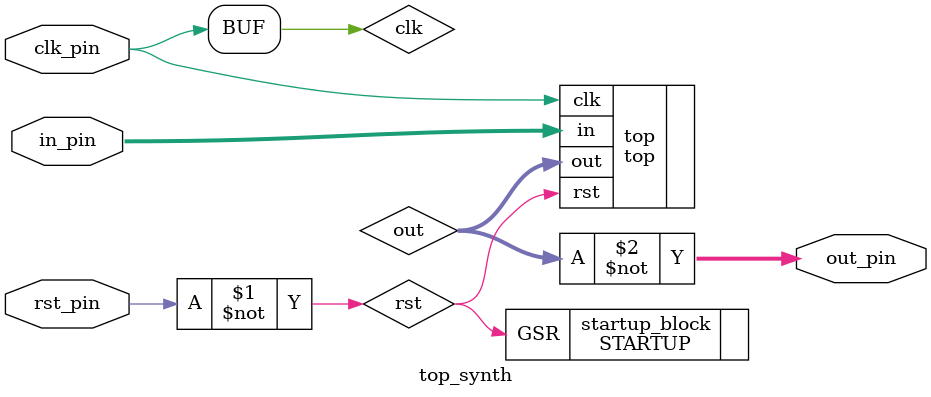
<source format=v>
module top_synth (clk_pin, rst_pin, in_pin, out_pin) ;

input clk_pin;
input rst_pin ; 
input [7:0] in_pin; 
output [7:0] out_pin ;
wire clk,rst;
wire [7:0] out;

// The reset from the board is asserted low so lets invert
// it to make it asserted high.
assign rst = ~ rst_pin;

// Same with the output LEDs
assign out_pin = ~out;

// Assign our reset pin to the Xilinx global reset net.
STARTUP startup_block (.GSR(rst)); 

assign clk = clk_pin;

// Instantiate the module and pass in all the signals
top top(.clk(clk),.rst(rst),.in(in_pin),.out(out));

endmodule 

</source>
